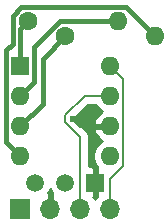
<source format=gbl>
G04 #@! TF.GenerationSoftware,KiCad,Pcbnew,(5.1.6-0-10_14)*
G04 #@! TF.CreationDate,2021-02-23T10:58:49+00:00*
G04 #@! TF.ProjectId,VR-Conditioner-MAX9926+reg,56522d43-6f6e-4646-9974-696f6e65722d,0.4*
G04 #@! TF.SameCoordinates,PX68c4118PY713e7a8*
G04 #@! TF.FileFunction,Copper,L2,Bot*
G04 #@! TF.FilePolarity,Positive*
%FSLAX46Y46*%
G04 Gerber Fmt 4.6, Leading zero omitted, Abs format (unit mm)*
G04 Created by KiCad (PCBNEW (5.1.6-0-10_14)) date 2021-02-23 10:58:49*
%MOMM*%
%LPD*%
G01*
G04 APERTURE LIST*
G04 #@! TA.AperFunction,ComponentPad*
%ADD10O,1.700000X1.700000*%
G04 #@! TD*
G04 #@! TA.AperFunction,ComponentPad*
%ADD11R,1.700000X1.700000*%
G04 #@! TD*
G04 #@! TA.AperFunction,ComponentPad*
%ADD12R,1.500000X1.500000*%
G04 #@! TD*
G04 #@! TA.AperFunction,ComponentPad*
%ADD13C,1.500000*%
G04 #@! TD*
G04 #@! TA.AperFunction,ComponentPad*
%ADD14O,1.600000X1.600000*%
G04 #@! TD*
G04 #@! TA.AperFunction,ComponentPad*
%ADD15C,1.600000*%
G04 #@! TD*
G04 #@! TA.AperFunction,ComponentPad*
%ADD16R,1.600000X1.600000*%
G04 #@! TD*
G04 #@! TA.AperFunction,ViaPad*
%ADD17C,0.600000*%
G04 #@! TD*
G04 #@! TA.AperFunction,Conductor*
%ADD18C,0.300000*%
G04 #@! TD*
G04 #@! TA.AperFunction,Conductor*
%ADD19C,0.400000*%
G04 #@! TD*
G04 #@! TA.AperFunction,Conductor*
%ADD20C,0.200000*%
G04 #@! TD*
G04 #@! TA.AperFunction,Conductor*
%ADD21C,0.254000*%
G04 #@! TD*
G04 APERTURE END LIST*
D10*
G04 #@! TO.P,J2,4*
G04 #@! TO.N,/COUT1*
X13970000Y2540000D03*
G04 #@! TO.P,J2,3*
G04 #@! TO.N,/COUT2*
X11430000Y2540000D03*
G04 #@! TO.P,J2,2*
G04 #@! TO.N,GND*
X8890000Y2540000D03*
D11*
G04 #@! TO.P,J2,1*
G04 #@! TO.N,+12V*
X6350000Y2540000D03*
G04 #@! TD*
D12*
G04 #@! TO.P,U2,1*
G04 #@! TO.N,GND*
X12700000Y4745000D03*
D13*
G04 #@! TO.P,U2,3*
G04 #@! TO.N,+12V*
X7620000Y4745000D03*
G04 #@! TO.P,U2,2*
G04 #@! TO.N,VCC*
X10160000Y4745000D03*
G04 #@! TD*
D14*
G04 #@! TO.P,R23,2*
G04 #@! TO.N,Net-(J1-Pad4)*
X17780000Y17145000D03*
D15*
G04 #@! TO.P,R23,1*
G04 #@! TO.N,Net-(J1-Pad3)*
X10160000Y17145000D03*
G04 #@! TD*
D14*
G04 #@! TO.P,R13,2*
G04 #@! TO.N,Net-(J1-Pad2)*
X14605000Y18415000D03*
D15*
G04 #@! TO.P,R13,1*
G04 #@! TO.N,Net-(J1-Pad1)*
X6985000Y18415000D03*
G04 #@! TD*
D14*
G04 #@! TO.P,J1,8*
G04 #@! TO.N,/COUT1*
X13970000Y14605000D03*
G04 #@! TO.P,J1,4*
G04 #@! TO.N,Net-(J1-Pad4)*
X6350000Y6985000D03*
G04 #@! TO.P,J1,7*
G04 #@! TO.N,/COUT2*
X13970000Y12065000D03*
G04 #@! TO.P,J1,3*
G04 #@! TO.N,Net-(J1-Pad3)*
X6350000Y9525000D03*
G04 #@! TO.P,J1,6*
G04 #@! TO.N,GND*
X13970000Y9525000D03*
G04 #@! TO.P,J1,2*
G04 #@! TO.N,Net-(J1-Pad2)*
X6350000Y12065000D03*
G04 #@! TO.P,J1,5*
G04 #@! TO.N,VCC*
X13970000Y6985000D03*
D16*
G04 #@! TO.P,J1,1*
G04 #@! TO.N,Net-(J1-Pad1)*
X6350000Y14605000D03*
G04 #@! TD*
D17*
G04 #@! TO.N,GND*
X10795000Y10160000D03*
G04 #@! TD*
D18*
G04 #@! TO.N,GND*
X13970000Y9525000D02*
X11430000Y9525000D01*
X11430000Y9525000D02*
X10795000Y10160000D01*
X10795000Y10160000D02*
X10795000Y10160000D01*
D19*
G04 #@! TO.N,Net-(J1-Pad4)*
X5189999Y8145001D02*
X6350000Y6985000D01*
X5189999Y15984999D02*
X5189999Y8145001D01*
X5715000Y16510000D02*
X5189999Y15984999D01*
X5715000Y18861802D02*
X5715000Y16510000D01*
X6428199Y19575001D02*
X5715000Y18861802D01*
X15349999Y19575001D02*
X6428199Y19575001D01*
X17780000Y17145000D02*
X15349999Y19575001D01*
G04 #@! TO.N,Net-(J1-Pad3)*
X6350000Y9525000D02*
X8255000Y11430000D01*
X8255000Y15240000D02*
X10160000Y17145000D01*
X8255000Y11430000D02*
X8255000Y15240000D01*
G04 #@! TO.N,Net-(J1-Pad2)*
X9713198Y18415000D02*
X14605000Y18415000D01*
X7510001Y13225001D02*
X7510001Y16211803D01*
X7510001Y16211803D02*
X9713198Y18415000D01*
X6350000Y12065000D02*
X7510001Y13225001D01*
G04 #@! TO.N,Net-(J1-Pad1)*
X6350000Y17780000D02*
X6985000Y18415000D01*
X6350000Y14605000D02*
X6350000Y17780000D01*
D20*
G04 #@! TO.N,/COUT1*
X15070001Y13504999D02*
X13970000Y14605000D01*
X13970000Y5080000D02*
X15070001Y6180001D01*
X13970000Y2540000D02*
X13970000Y5080000D01*
X15070001Y6180001D02*
X15070001Y13504999D01*
G04 #@! TO.N,/COUT2*
X11430000Y8636998D02*
X10194999Y9871999D01*
X11430000Y2540000D02*
X11430000Y8636998D01*
X10194999Y10448001D02*
X10194999Y10125001D01*
X11811998Y12065000D02*
X10194999Y10448001D01*
X13970000Y12065000D02*
X11811998Y12065000D01*
X10194999Y9871999D02*
X10194999Y10125001D01*
G04 #@! TD*
D21*
G04 #@! TO.N,GND*
G36*
X8932629Y4088957D02*
G01*
X9067650Y3886885D01*
X9017000Y3860155D01*
X9017000Y2667000D01*
X9037000Y2667000D01*
X9037000Y2413000D01*
X9017000Y2413000D01*
X9017000Y2393000D01*
X8763000Y2393000D01*
X8763000Y2413000D01*
X8743000Y2413000D01*
X8743000Y2667000D01*
X8763000Y2667000D01*
X8763000Y3860155D01*
X8712350Y3886885D01*
X8847371Y4088957D01*
X8890000Y4191873D01*
X8932629Y4088957D01*
G37*
X8932629Y4088957D02*
X9067650Y3886885D01*
X9017000Y3860155D01*
X9017000Y2667000D01*
X9037000Y2667000D01*
X9037000Y2413000D01*
X9017000Y2413000D01*
X9017000Y2393000D01*
X8763000Y2393000D01*
X8763000Y2413000D01*
X8743000Y2413000D01*
X8743000Y2667000D01*
X8763000Y2667000D01*
X8763000Y3860155D01*
X8712350Y3886885D01*
X8847371Y4088957D01*
X8890000Y4191873D01*
X8932629Y4088957D01*
G36*
X12855363Y11150241D02*
G01*
X13055241Y10950363D01*
X13290273Y10793320D01*
X13300865Y10788933D01*
X13114869Y10677385D01*
X12906481Y10488414D01*
X12738963Y10262420D01*
X12618754Y10008087D01*
X12578096Y9874039D01*
X12700085Y9652000D01*
X13843000Y9652000D01*
X13843000Y9672000D01*
X14097000Y9672000D01*
X14097000Y9652000D01*
X14117000Y9652000D01*
X14117000Y9398000D01*
X14097000Y9398000D01*
X14097000Y9378000D01*
X13843000Y9378000D01*
X13843000Y9398000D01*
X12700085Y9398000D01*
X12578096Y9175961D01*
X12618754Y9041913D01*
X12738963Y8787580D01*
X12906481Y8561586D01*
X13114869Y8372615D01*
X13300865Y8261067D01*
X13290273Y8256680D01*
X13055241Y8099637D01*
X12855363Y7899759D01*
X12698320Y7664727D01*
X12590147Y7403574D01*
X12535000Y7126335D01*
X12535000Y6843665D01*
X12590147Y6566426D01*
X12698320Y6305273D01*
X12855363Y6070241D01*
X12890677Y6034927D01*
X12827000Y5971250D01*
X12827000Y4872000D01*
X12847000Y4872000D01*
X12847000Y4618000D01*
X12827000Y4618000D01*
X12827000Y3518750D01*
X12837822Y3507928D01*
X12816525Y3486632D01*
X12700000Y3312240D01*
X12583475Y3486632D01*
X12562179Y3507928D01*
X12573000Y3518750D01*
X12573000Y4618000D01*
X12553000Y4618000D01*
X12553000Y4872000D01*
X12573000Y4872000D01*
X12573000Y5971250D01*
X12414250Y6130000D01*
X12165000Y6131649D01*
X12165000Y8600902D01*
X12168555Y8636999D01*
X12165000Y8673096D01*
X12165000Y8673103D01*
X12154365Y8781083D01*
X12112337Y8919631D01*
X12044087Y9047318D01*
X11952238Y9159236D01*
X11924193Y9182252D01*
X10946444Y10160000D01*
X12116445Y11330000D01*
X12735252Y11330000D01*
X12855363Y11150241D01*
G37*
X12855363Y11150241D02*
X13055241Y10950363D01*
X13290273Y10793320D01*
X13300865Y10788933D01*
X13114869Y10677385D01*
X12906481Y10488414D01*
X12738963Y10262420D01*
X12618754Y10008087D01*
X12578096Y9874039D01*
X12700085Y9652000D01*
X13843000Y9652000D01*
X13843000Y9672000D01*
X14097000Y9672000D01*
X14097000Y9652000D01*
X14117000Y9652000D01*
X14117000Y9398000D01*
X14097000Y9398000D01*
X14097000Y9378000D01*
X13843000Y9378000D01*
X13843000Y9398000D01*
X12700085Y9398000D01*
X12578096Y9175961D01*
X12618754Y9041913D01*
X12738963Y8787580D01*
X12906481Y8561586D01*
X13114869Y8372615D01*
X13300865Y8261067D01*
X13290273Y8256680D01*
X13055241Y8099637D01*
X12855363Y7899759D01*
X12698320Y7664727D01*
X12590147Y7403574D01*
X12535000Y7126335D01*
X12535000Y6843665D01*
X12590147Y6566426D01*
X12698320Y6305273D01*
X12855363Y6070241D01*
X12890677Y6034927D01*
X12827000Y5971250D01*
X12827000Y4872000D01*
X12847000Y4872000D01*
X12847000Y4618000D01*
X12827000Y4618000D01*
X12827000Y3518750D01*
X12837822Y3507928D01*
X12816525Y3486632D01*
X12700000Y3312240D01*
X12583475Y3486632D01*
X12562179Y3507928D01*
X12573000Y3518750D01*
X12573000Y4618000D01*
X12553000Y4618000D01*
X12553000Y4872000D01*
X12573000Y4872000D01*
X12573000Y5971250D01*
X12414250Y6130000D01*
X12165000Y6131649D01*
X12165000Y8600902D01*
X12168555Y8636999D01*
X12165000Y8673096D01*
X12165000Y8673103D01*
X12154365Y8781083D01*
X12112337Y8919631D01*
X12044087Y9047318D01*
X11952238Y9159236D01*
X11924193Y9182252D01*
X10946444Y10160000D01*
X12116445Y11330000D01*
X12735252Y11330000D01*
X12855363Y11150241D01*
G04 #@! TD*
M02*

</source>
